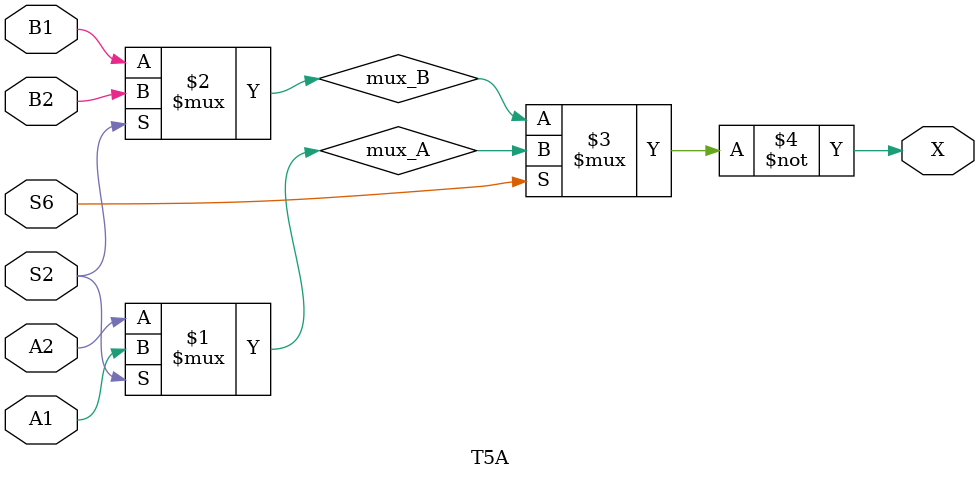
<source format=v>


`timescale 1ns/100ps

// Terminals and polarities checked ok
// S4 ignored because it's always connected to S1 (~S2) ?
// See fujitsu_av_cells.svg for cell trace

// S6,S2  |  ~X
//  00    |  B1
//  01    |  B2
//  10    |  A2
//  11    |  A1

module T5A(
	input A1, A2,
	input B1, B2,
	input S2, S6,
	output X
);

wire mux_A = S2 ? A1 : A2;
wire mux_B = S2 ? B2 : B1;
assign X   = ~(S6 ? mux_A : mux_B);	// tmax = 3.3ns

endmodule

</source>
